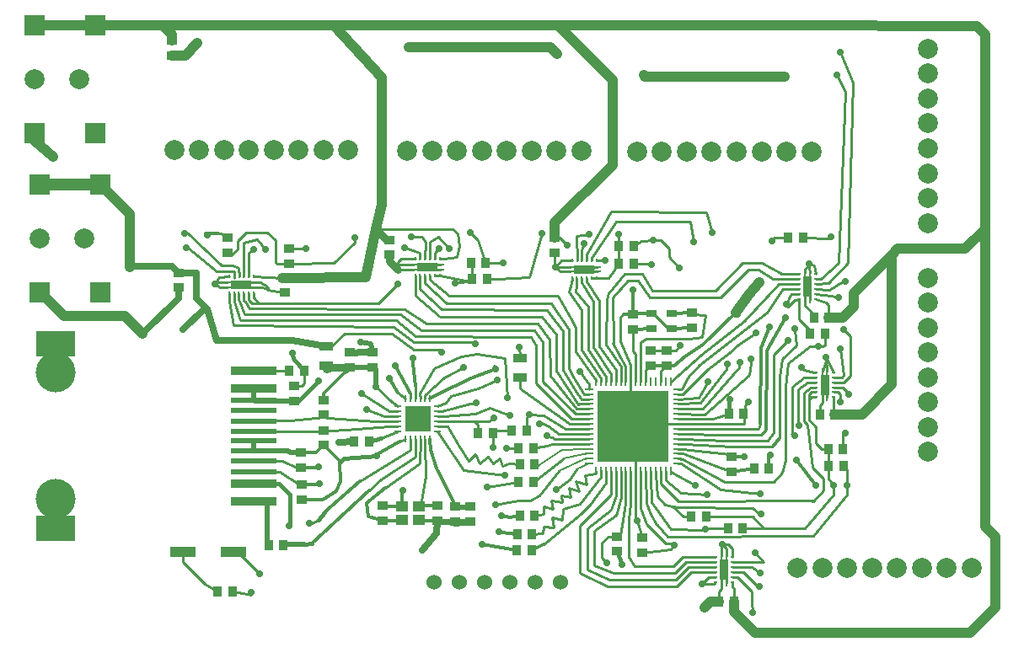
<source format=gtl>
G04 (created by PCBNEW (2013-08-24 BZR 4298)-stable) date Sat 23 Aug 2014 12:07:27 PM PDT*
%MOIN*%
G04 Gerber Fmt 3.4, Leading zero omitted, Abs format*
%FSLAX34Y34*%
G01*
G70*
G90*
G04 APERTURE LIST*
%ADD10C,0.005906*%
%ADD11R,0.009843X0.033465*%
%ADD12R,0.033465X0.009843*%
%ADD13R,0.281496X0.281496*%
%ADD14C,0.078700*%
%ADD15R,0.078700X0.078700*%
%ADD16R,0.035400X0.039400*%
%ADD17R,0.039400X0.035400*%
%ADD18R,0.098400X0.098400*%
%ADD19O,0.009800X0.031500*%
%ADD20O,0.031500X0.009800*%
%ADD21C,0.023622*%
%ADD22R,0.039370X0.031496*%
%ADD23R,0.055000X0.035000*%
%ADD24C,0.078740*%
%ADD25R,0.100000X0.039000*%
%ADD26C,0.060000*%
%ADD27R,0.009843X0.011811*%
%ADD28R,0.009800X0.011811*%
%ADD29R,0.009800X0.011826*%
%ADD30C,0.011811*%
%ADD31R,0.078740X0.035433*%
%ADD32R,0.027600X0.009800*%
%ADD33R,0.011811X0.009843*%
%ADD34R,0.011811X0.009800*%
%ADD35R,0.011826X0.009800*%
%ADD36R,0.035433X0.078740*%
%ADD37R,0.009800X0.027600*%
%ADD38R,0.181102X0.031890*%
%ADD39R,0.181102X0.024016*%
%ADD40C,0.157480*%
%ADD41R,0.153543X0.098425*%
%ADD42R,0.047244X0.043307*%
%ADD43C,0.027559*%
%ADD44C,0.009843*%
%ADD45C,0.015748*%
%ADD46C,0.039370*%
%ADD47C,0.013780*%
%ADD48C,0.011811*%
%ADD49C,0.027559*%
%ADD50C,0.047244*%
%ADD51C,0.031496*%
%ADD52C,0.019685*%
%ADD53C,0.007874*%
%ADD54C,0.023622*%
G04 APERTURE END LIST*
G54D10*
G54D11*
X59807Y-37259D03*
X60003Y-37259D03*
X58625Y-37259D03*
X58822Y-37259D03*
X59216Y-37259D03*
X59019Y-37259D03*
X59610Y-37259D03*
X59413Y-37259D03*
X57838Y-37259D03*
X58035Y-37259D03*
X58429Y-37259D03*
X58232Y-37259D03*
X57444Y-37259D03*
X57641Y-37259D03*
X57248Y-37259D03*
X57051Y-37259D03*
G54D12*
X56775Y-36984D03*
X56775Y-36787D03*
X56775Y-36393D03*
X56775Y-36590D03*
X56775Y-35803D03*
X56775Y-35606D03*
X56775Y-36000D03*
X56775Y-36196D03*
X56775Y-34622D03*
X56775Y-34425D03*
X56775Y-35015D03*
X56775Y-34818D03*
X56775Y-35212D03*
X56775Y-35409D03*
X56775Y-34031D03*
X56775Y-34228D03*
G54D11*
X57051Y-33755D03*
X57248Y-33755D03*
X57641Y-33755D03*
X57444Y-33755D03*
X58232Y-33755D03*
X58429Y-33755D03*
X58035Y-33755D03*
X57838Y-33755D03*
X59413Y-33755D03*
X59610Y-33755D03*
X59019Y-33755D03*
X59216Y-33755D03*
X58822Y-33755D03*
X58625Y-33755D03*
X60003Y-33755D03*
X59807Y-33755D03*
G54D12*
X60279Y-34228D03*
X60279Y-34031D03*
X60279Y-35409D03*
X60279Y-35212D03*
X60279Y-34818D03*
X60279Y-35007D03*
X60279Y-34425D03*
X60279Y-34622D03*
X60279Y-36196D03*
X60279Y-36000D03*
X60279Y-35606D03*
X60279Y-35803D03*
X60279Y-36590D03*
X60279Y-36393D03*
X60279Y-36787D03*
X60279Y-36984D03*
G54D13*
X58527Y-35507D03*
G54D14*
X36811Y-28070D03*
G54D15*
X35039Y-25940D03*
X37441Y-25940D03*
X35039Y-30202D03*
X37441Y-30202D03*
G54D14*
X35039Y-28070D03*
G54D16*
X52973Y-35787D03*
X52381Y-35787D03*
G54D17*
X47322Y-32578D03*
X47322Y-33170D03*
X51496Y-39272D03*
X51496Y-38680D03*
G54D18*
X50003Y-35208D03*
G54D19*
X49511Y-35995D03*
X49708Y-35995D03*
X49905Y-35995D03*
X50101Y-35995D03*
X50298Y-35995D03*
X50495Y-35995D03*
G54D20*
X50790Y-35700D03*
X50790Y-35503D03*
X50790Y-35306D03*
X50790Y-35110D03*
X50790Y-34913D03*
X50790Y-34716D03*
G54D19*
X50495Y-34421D03*
X50298Y-34421D03*
X50101Y-34421D03*
X49905Y-34421D03*
X49708Y-34421D03*
X49511Y-34421D03*
G54D20*
X49216Y-34716D03*
X49216Y-34913D03*
X49216Y-35110D03*
X49216Y-35306D03*
X49216Y-35503D03*
X49216Y-35700D03*
G54D21*
X50003Y-35208D03*
X49703Y-34908D03*
X49703Y-35508D03*
X50303Y-34908D03*
X50303Y-35508D03*
G54D16*
X47491Y-36114D03*
X48083Y-36114D03*
G54D17*
X52086Y-39272D03*
X52086Y-38680D03*
X50787Y-39233D03*
X50787Y-38641D03*
X48622Y-39233D03*
X48622Y-38641D03*
X48228Y-32578D03*
X48228Y-33170D03*
X62401Y-36711D03*
X62401Y-37303D03*
G54D16*
X53719Y-35669D03*
X54311Y-35669D03*
X62894Y-35000D03*
X62302Y-35000D03*
G54D17*
X59842Y-32499D03*
X59842Y-33091D03*
X58533Y-31081D03*
X58533Y-31673D03*
X60866Y-31614D03*
X60866Y-31022D03*
X59212Y-32499D03*
X59212Y-33091D03*
G54D16*
X54626Y-39035D03*
X54034Y-39035D03*
X54528Y-39763D03*
X53936Y-39763D03*
X54508Y-40393D03*
X53916Y-40393D03*
X54587Y-36377D03*
X53995Y-36377D03*
X54626Y-37007D03*
X54034Y-37007D03*
X54587Y-37716D03*
X53995Y-37716D03*
G54D17*
X46283Y-35051D03*
X46283Y-34459D03*
X46291Y-35664D03*
X46291Y-36256D03*
X45385Y-37134D03*
X45385Y-36542D03*
X45405Y-37822D03*
X45405Y-38414D03*
G54D16*
X44693Y-40208D03*
X44101Y-40208D03*
G54D17*
X57874Y-39861D03*
X57874Y-40453D03*
G54D16*
X45516Y-33295D03*
X44924Y-33295D03*
G54D17*
X45106Y-34512D03*
X45106Y-33920D03*
X58877Y-39920D03*
X58877Y-40512D03*
X40551Y-30020D03*
X40551Y-29428D03*
G54D22*
X59251Y-31633D03*
X60039Y-31633D03*
X59251Y-31043D03*
X60039Y-31043D03*
G54D16*
X42677Y-42047D03*
X42085Y-42047D03*
G54D23*
X54055Y-33563D03*
X54055Y-32813D03*
G54D16*
X63306Y-37185D03*
X63898Y-37185D03*
G54D24*
X44311Y-24566D03*
X45295Y-24566D03*
X41358Y-24566D03*
X40374Y-24566D03*
X42342Y-24566D03*
X43326Y-24566D03*
X47263Y-24566D03*
X46279Y-24566D03*
X67972Y-41102D03*
X66988Y-41102D03*
X70925Y-41102D03*
X71909Y-41102D03*
X69940Y-41102D03*
X68956Y-41102D03*
X65019Y-41102D03*
X66003Y-41102D03*
X70196Y-33562D03*
X70196Y-34547D03*
X70196Y-30610D03*
X70196Y-29625D03*
X70196Y-31594D03*
X70196Y-32578D03*
X70196Y-36515D03*
X70196Y-35531D03*
X70196Y-24507D03*
X70196Y-25492D03*
X70196Y-21555D03*
X70196Y-20570D03*
X70196Y-22539D03*
X70196Y-23523D03*
X70196Y-27460D03*
X70196Y-26476D03*
X53523Y-24606D03*
X54507Y-24606D03*
X50570Y-24606D03*
X49586Y-24606D03*
X51555Y-24606D03*
X52539Y-24606D03*
X56476Y-24606D03*
X55492Y-24606D03*
X62618Y-24645D03*
X63602Y-24645D03*
X59665Y-24645D03*
X58681Y-24645D03*
X60649Y-24645D03*
X61633Y-24645D03*
X65570Y-24645D03*
X64586Y-24645D03*
G54D16*
X52697Y-29055D03*
X52105Y-29055D03*
X60833Y-39090D03*
X61425Y-39090D03*
X62274Y-39531D03*
X62866Y-39531D03*
X66851Y-37086D03*
X66259Y-37086D03*
X66831Y-36397D03*
X66239Y-36397D03*
X66103Y-31850D03*
X65511Y-31850D03*
X65256Y-28051D03*
X64664Y-28051D03*
X58544Y-29074D03*
X57952Y-29074D03*
X58544Y-28385D03*
X57952Y-28385D03*
X52736Y-29685D03*
X52144Y-29685D03*
X61924Y-42440D03*
X62516Y-42440D03*
X65904Y-35029D03*
X66496Y-35029D03*
X65668Y-31200D03*
X66260Y-31200D03*
G54D17*
X55433Y-28642D03*
X55433Y-28050D03*
X44921Y-28483D03*
X44921Y-29075D03*
X42480Y-28050D03*
X42480Y-28642D03*
X48897Y-28721D03*
X48897Y-28129D03*
X44744Y-30217D03*
X44744Y-29625D03*
X40275Y-20847D03*
X40275Y-20255D03*
G54D14*
X36614Y-21771D03*
G54D15*
X34842Y-19641D03*
X37244Y-19641D03*
X34842Y-23903D03*
X37244Y-23903D03*
G54D14*
X34842Y-21771D03*
G54D25*
X40732Y-40472D03*
X42732Y-40472D03*
G54D23*
X46377Y-32341D03*
X46377Y-33091D03*
G54D26*
X54641Y-41657D03*
X55641Y-41659D03*
X50649Y-41657D03*
X51649Y-41659D03*
X53645Y-41659D03*
X52645Y-41657D03*
G54D27*
X42539Y-30255D03*
G54D28*
X43326Y-30255D03*
X42736Y-30255D03*
X43130Y-30255D03*
X42932Y-30255D03*
X43523Y-30255D03*
X43525Y-29586D03*
X42935Y-29586D03*
X43131Y-29586D03*
X42738Y-29586D03*
X43328Y-29586D03*
G54D29*
X42541Y-29586D03*
G54D30*
X43031Y-29921D03*
X42755Y-29921D03*
X43307Y-29921D03*
G54D31*
X43031Y-29921D03*
G54D32*
X43562Y-30019D03*
X43562Y-29823D03*
X42500Y-30019D03*
X42500Y-29823D03*
G54D27*
X56102Y-29625D03*
G54D28*
X56889Y-29625D03*
X56299Y-29625D03*
X56693Y-29625D03*
X56495Y-29625D03*
X57086Y-29625D03*
X57088Y-28956D03*
X56498Y-28956D03*
X56694Y-28956D03*
X56301Y-28956D03*
X56891Y-28956D03*
G54D29*
X56104Y-28956D03*
G54D30*
X56594Y-29291D03*
X56318Y-29291D03*
X56870Y-29291D03*
G54D31*
X56594Y-29291D03*
G54D32*
X57125Y-29389D03*
X57125Y-29193D03*
X56063Y-29389D03*
X56063Y-29193D03*
G54D33*
X65767Y-33366D03*
G54D34*
X65767Y-34153D03*
X65767Y-33563D03*
X65767Y-33957D03*
X65767Y-33759D03*
X65767Y-34350D03*
X66437Y-34352D03*
X66437Y-33762D03*
X66437Y-33958D03*
X66437Y-33565D03*
X66437Y-34155D03*
G54D35*
X66437Y-33368D03*
G54D30*
X66102Y-33858D03*
X66102Y-33582D03*
X66102Y-34133D03*
G54D36*
X66102Y-33858D03*
G54D37*
X66004Y-34389D03*
X66200Y-34389D03*
X66004Y-33327D03*
X66200Y-33327D03*
G54D33*
X65078Y-29488D03*
G54D34*
X65078Y-30275D03*
X65078Y-29685D03*
X65078Y-30079D03*
X65078Y-29881D03*
X65078Y-30472D03*
X65748Y-30474D03*
X65748Y-29884D03*
X65748Y-30080D03*
X65748Y-29687D03*
X65748Y-30277D03*
G54D35*
X65748Y-29490D03*
G54D30*
X65413Y-29980D03*
X65413Y-29704D03*
X65413Y-30255D03*
G54D36*
X65413Y-29980D03*
G54D37*
X65315Y-30511D03*
X65511Y-30511D03*
X65315Y-29449D03*
X65511Y-29449D03*
G54D33*
X61795Y-40677D03*
G54D34*
X61795Y-41464D03*
X61795Y-40874D03*
X61795Y-41268D03*
X61795Y-41070D03*
X61795Y-41661D03*
X62464Y-41663D03*
X62464Y-41073D03*
X62464Y-41269D03*
X62464Y-40876D03*
X62464Y-41466D03*
G54D35*
X62464Y-40679D03*
G54D30*
X62129Y-41169D03*
X62129Y-40893D03*
X62129Y-41444D03*
G54D36*
X62129Y-41169D03*
G54D37*
X62031Y-41700D03*
X62227Y-41700D03*
X62031Y-40638D03*
X62227Y-40638D03*
G54D27*
X49901Y-29547D03*
G54D28*
X50688Y-29547D03*
X50098Y-29547D03*
X50492Y-29547D03*
X50294Y-29547D03*
X50885Y-29547D03*
X50887Y-28877D03*
X50297Y-28877D03*
X50493Y-28877D03*
X50100Y-28877D03*
X50690Y-28877D03*
G54D29*
X49903Y-28877D03*
G54D30*
X50393Y-29212D03*
X50118Y-29212D03*
X50669Y-29212D03*
G54D31*
X50393Y-29212D03*
G54D32*
X50924Y-29310D03*
X50924Y-29114D03*
X49862Y-29310D03*
X49862Y-29114D03*
G54D38*
X43523Y-33291D03*
X43523Y-34015D03*
G54D39*
X43523Y-34488D03*
X43523Y-34889D03*
X43523Y-35692D03*
X43523Y-37291D03*
X43523Y-36488D03*
G54D38*
X43523Y-38488D03*
X43523Y-37763D03*
G54D39*
X43523Y-36090D03*
X43523Y-36889D03*
G54D40*
X35681Y-38389D03*
X35681Y-33389D03*
G54D39*
X43523Y-35291D03*
G54D41*
X35681Y-32228D03*
X35681Y-39551D03*
G54D42*
X50059Y-38661D03*
X49389Y-38661D03*
X50059Y-39212D03*
X49389Y-39212D03*
G54D43*
X47519Y-28031D03*
X49212Y-29881D03*
X58070Y-40984D03*
X50944Y-32559D03*
X61244Y-41728D03*
X60165Y-40220D03*
X65763Y-37854D03*
X66444Y-37850D03*
X64015Y-28169D03*
X64586Y-30688D03*
X63503Y-29744D03*
X64507Y-21673D03*
X58937Y-21614D03*
X57952Y-27893D03*
X49645Y-20511D03*
X55511Y-20787D03*
X51496Y-29842D03*
X63937Y-36653D03*
X54409Y-35039D03*
X65000Y-36840D03*
X40728Y-31673D03*
X53011Y-35177D03*
X62362Y-34448D03*
X62637Y-31062D03*
X48334Y-33925D03*
X48385Y-36673D03*
X53070Y-33228D03*
X61476Y-33740D03*
X56427Y-33326D03*
X53149Y-33661D03*
X53070Y-38622D03*
X51811Y-33188D03*
X53661Y-35078D03*
X55472Y-37992D03*
X49409Y-38031D03*
X43425Y-42086D03*
X52992Y-36338D03*
X61338Y-42677D03*
X62062Y-40181D03*
X66160Y-32776D03*
X65472Y-29074D03*
X55452Y-29192D03*
X41299Y-20354D03*
X49212Y-29291D03*
X58503Y-30118D03*
X41968Y-29881D03*
X35590Y-24842D03*
X54015Y-32362D03*
X62933Y-36692D03*
X60393Y-32322D03*
X63070Y-34527D03*
X58681Y-39232D03*
X50196Y-40413D03*
X47755Y-32165D03*
X46889Y-36141D03*
X39133Y-31850D03*
X46082Y-33700D03*
X44901Y-39448D03*
X40787Y-27874D03*
X40866Y-28425D03*
X43503Y-28503D03*
X43976Y-28503D03*
X63267Y-42874D03*
X63503Y-41850D03*
X63543Y-41299D03*
X63346Y-40511D03*
X49763Y-28011D03*
X49488Y-28425D03*
X50866Y-28464D03*
X51259Y-28464D03*
X56574Y-28287D03*
X56791Y-27913D03*
X60905Y-28208D03*
X61653Y-27854D03*
X66732Y-20708D03*
X66574Y-21594D03*
X66653Y-30393D03*
X66929Y-29763D03*
X66838Y-31681D03*
X66724Y-32433D03*
X66724Y-34539D03*
X67066Y-34236D03*
X52755Y-37913D03*
X52322Y-34566D03*
X52559Y-40157D03*
X48897Y-33602D03*
X53228Y-39685D03*
X49133Y-33110D03*
X53307Y-39055D03*
X49803Y-32795D03*
X45728Y-39350D03*
X45039Y-32598D03*
X53464Y-37440D03*
X53503Y-36377D03*
X61456Y-38208D03*
X65070Y-35484D03*
X60984Y-37834D03*
X64905Y-35885D03*
X64566Y-31220D03*
X60354Y-29232D03*
X59330Y-28149D03*
X63917Y-31558D03*
X54921Y-27874D03*
X63188Y-32854D03*
X53385Y-29055D03*
X52086Y-27834D03*
X62755Y-32972D03*
X45590Y-28464D03*
X62244Y-33031D03*
X41692Y-27952D03*
X63582Y-38976D03*
X61381Y-39570D03*
X66978Y-37824D03*
X63543Y-38183D03*
X66909Y-35757D03*
X65846Y-32342D03*
X64901Y-31653D03*
X66338Y-28011D03*
X64645Y-32106D03*
X59251Y-29094D03*
X52283Y-32244D03*
X55118Y-35866D03*
X63385Y-31811D03*
X65177Y-33169D03*
X47783Y-34196D03*
X46074Y-37110D03*
X47984Y-34826D03*
X46114Y-37771D03*
X55905Y-28326D03*
X57401Y-28937D03*
X53543Y-34370D03*
X54803Y-35393D03*
X43740Y-41338D03*
X57480Y-40905D03*
G54D44*
X58822Y-38484D02*
X58822Y-38753D01*
X58822Y-37259D02*
X58822Y-38484D01*
X58822Y-38753D02*
X59039Y-39385D01*
X60098Y-40153D02*
X60165Y-40220D01*
X60098Y-40153D02*
X59803Y-40153D01*
X59803Y-40153D02*
X59039Y-39389D01*
X43523Y-30452D02*
X43543Y-30452D01*
X43523Y-30255D02*
X43523Y-30452D01*
X43543Y-30452D02*
X43720Y-30629D01*
X47519Y-28031D02*
X47519Y-28228D01*
X46692Y-29055D02*
X44921Y-29075D01*
X47519Y-28228D02*
X46692Y-29055D01*
X48464Y-30629D02*
X49212Y-29881D01*
X43464Y-30629D02*
X43720Y-30629D01*
X43720Y-30629D02*
X48464Y-30629D01*
X43326Y-30491D02*
X43464Y-30629D01*
X43326Y-30491D02*
X43326Y-30255D01*
X65078Y-30275D02*
X64783Y-30275D01*
X64763Y-30295D02*
X64586Y-30688D01*
X64783Y-30275D02*
X64763Y-30295D01*
X64901Y-30492D02*
X65058Y-30492D01*
X64586Y-30688D02*
X64665Y-30767D01*
X64901Y-30492D02*
X64665Y-30767D01*
X65058Y-30492D02*
X65078Y-30472D01*
X65511Y-31850D02*
X65511Y-31711D01*
X65511Y-31711D02*
X65078Y-31279D01*
X65078Y-31279D02*
X65078Y-30472D01*
G54D45*
X57874Y-40433D02*
X58070Y-40984D01*
G54D44*
X50748Y-32480D02*
X50866Y-32480D01*
X46595Y-32341D02*
X47125Y-31850D01*
X47125Y-31850D02*
X48976Y-31850D01*
X48976Y-31850D02*
X49842Y-32480D01*
X49842Y-32480D02*
X50748Y-32480D01*
X46595Y-32341D02*
X46377Y-32341D01*
X50866Y-32480D02*
X50944Y-32559D01*
X52381Y-35787D02*
X52381Y-35452D01*
X52381Y-35452D02*
X52235Y-35306D01*
X54311Y-35669D02*
X54311Y-35137D01*
X54311Y-35137D02*
X54409Y-35039D01*
X61795Y-41661D02*
X61783Y-41661D01*
X61716Y-41728D02*
X61244Y-41728D01*
X61783Y-41661D02*
X61716Y-41728D01*
X61795Y-41464D02*
X61508Y-41464D01*
X61508Y-41464D02*
X61244Y-41728D01*
X58877Y-40512D02*
X60011Y-40374D01*
X60011Y-40374D02*
X60165Y-40220D01*
X61425Y-39090D02*
X63251Y-39090D01*
X63251Y-39090D02*
X63692Y-39531D01*
X66444Y-37850D02*
X66444Y-38216D01*
X65324Y-39531D02*
X63692Y-39531D01*
X63692Y-39531D02*
X62866Y-39531D01*
X66444Y-38216D02*
X65324Y-39531D01*
X65767Y-34350D02*
X65598Y-34350D01*
X65598Y-34350D02*
X65480Y-34468D01*
X65767Y-34153D02*
X65579Y-34153D01*
X65980Y-36397D02*
X66239Y-36397D01*
X65751Y-36169D02*
X65980Y-36397D01*
X65751Y-35527D02*
X65751Y-36169D01*
X65480Y-35255D02*
X65751Y-35527D01*
X65480Y-34251D02*
X65480Y-34468D01*
X65480Y-34468D02*
X65480Y-35255D01*
X65579Y-34153D02*
X65480Y-34251D01*
X66259Y-37086D02*
X66259Y-37578D01*
X66444Y-37850D02*
X66259Y-37578D01*
X66239Y-36397D02*
X66239Y-37066D01*
X66239Y-37066D02*
X66259Y-37086D01*
X66259Y-37086D02*
X66259Y-37166D01*
X64664Y-28051D02*
X64133Y-28051D01*
X64133Y-28051D02*
X64015Y-28169D01*
G54D45*
X63515Y-29800D02*
X63503Y-29744D01*
G54D46*
X58937Y-21614D02*
X58996Y-21673D01*
X58996Y-21673D02*
X64507Y-21673D01*
G54D44*
X57952Y-27894D02*
X57952Y-27893D01*
X57952Y-27894D02*
X57952Y-28385D01*
G54D46*
X55236Y-20511D02*
X49645Y-20511D01*
X55511Y-20787D02*
X55236Y-20511D01*
G54D44*
X60728Y-35216D02*
X60283Y-35216D01*
X60283Y-35216D02*
X60279Y-35212D01*
X57952Y-29074D02*
X57952Y-28385D01*
X57086Y-29625D02*
X57558Y-29625D01*
X57558Y-29625D02*
X57952Y-29074D01*
X56889Y-29625D02*
X57086Y-29625D01*
X52144Y-29685D02*
X52144Y-29744D01*
X52144Y-29744D02*
X51496Y-29842D01*
X52144Y-29685D02*
X52144Y-29094D01*
X52144Y-29094D02*
X52105Y-29055D01*
X50885Y-29547D02*
X52046Y-29783D01*
X52046Y-29783D02*
X52144Y-29685D01*
X50688Y-29547D02*
X50885Y-29547D01*
X42480Y-28642D02*
X42656Y-28721D01*
X42656Y-28721D02*
X42874Y-28503D01*
X42874Y-28503D02*
X42874Y-28188D01*
X42874Y-28188D02*
X43228Y-27834D01*
X43228Y-27834D02*
X44055Y-27834D01*
X44055Y-27834D02*
X44370Y-28149D01*
X44370Y-28149D02*
X44370Y-29015D01*
X44370Y-29015D02*
X44429Y-29075D01*
X44429Y-29075D02*
X44921Y-29075D01*
G54D47*
X63898Y-37185D02*
X63898Y-36692D01*
X63898Y-36692D02*
X63937Y-36653D01*
G54D44*
X55866Y-35610D02*
X55000Y-35078D01*
X55000Y-35078D02*
X54409Y-35039D01*
X56775Y-35606D02*
X56535Y-35607D01*
X56535Y-35607D02*
X55866Y-35610D01*
G54D47*
X59842Y-33091D02*
X59212Y-33091D01*
X59842Y-33091D02*
X60137Y-33091D01*
G54D46*
X62598Y-31023D02*
X63129Y-30275D01*
G54D47*
X61299Y-32283D02*
X62598Y-31023D01*
X60580Y-32726D02*
X61299Y-32283D01*
X60137Y-33091D02*
X60580Y-32726D01*
G54D44*
X59610Y-33755D02*
X59610Y-33323D01*
X59610Y-33323D02*
X59842Y-33091D01*
X59019Y-33755D02*
X59019Y-33284D01*
X59019Y-33284D02*
X59212Y-33091D01*
G54D48*
X65000Y-36840D02*
X65763Y-37854D01*
X65763Y-37854D02*
X65768Y-37859D01*
G54D49*
X41692Y-30866D02*
X41535Y-30866D01*
X41535Y-30866D02*
X40728Y-31673D01*
X46220Y-32302D02*
X46180Y-32302D01*
X41259Y-30433D02*
X41259Y-29428D01*
X42066Y-32122D02*
X41692Y-30866D01*
X41692Y-30866D02*
X41259Y-30433D01*
X45039Y-32103D02*
X42066Y-32122D01*
X46180Y-32302D02*
X45039Y-32103D01*
X40551Y-29428D02*
X41259Y-29428D01*
X38622Y-29173D02*
X40296Y-29173D01*
X40296Y-29173D02*
X40551Y-29428D01*
G54D44*
X50790Y-35306D02*
X52235Y-35306D01*
X52235Y-35306D02*
X52823Y-35306D01*
X52823Y-35306D02*
X53011Y-35177D01*
X57893Y-40413D02*
X57874Y-40453D01*
G54D45*
X63517Y-29742D02*
X63515Y-29800D01*
G54D46*
X63515Y-29800D02*
X63129Y-30275D01*
G54D45*
X63129Y-30275D02*
X62637Y-31062D01*
G54D44*
X60712Y-35216D02*
X60728Y-35216D01*
X60728Y-35216D02*
X61673Y-35216D01*
X61673Y-35216D02*
X62302Y-35000D01*
G54D45*
X62302Y-35000D02*
X62320Y-34608D01*
X62320Y-34608D02*
X62303Y-34547D01*
X62303Y-34547D02*
X62362Y-34448D01*
X62362Y-34448D02*
X62363Y-34448D01*
G54D46*
X38622Y-27121D02*
X37441Y-25940D01*
X38622Y-29212D02*
X38622Y-29173D01*
X38622Y-29173D02*
X38622Y-27121D01*
G54D50*
X37441Y-25940D02*
X35039Y-25940D01*
G54D51*
X37621Y-26121D02*
X37441Y-25940D01*
X46377Y-33091D02*
X46377Y-33228D01*
X46377Y-33228D02*
X46595Y-33170D01*
X46595Y-33170D02*
X47322Y-33170D01*
G54D45*
X48385Y-36673D02*
X47093Y-36771D01*
X47093Y-36771D02*
X46916Y-36948D01*
G54D52*
X48334Y-33925D02*
X48334Y-33236D01*
X48334Y-33236D02*
X48228Y-33170D01*
G54D44*
X46916Y-36948D02*
X46916Y-36881D01*
G54D48*
X46916Y-36881D02*
X46291Y-36256D01*
X46255Y-38417D02*
X46771Y-38070D01*
X46943Y-37689D02*
X46916Y-36948D01*
X46771Y-38070D02*
X46943Y-37689D01*
X45405Y-38414D02*
X46255Y-38417D01*
G54D52*
X43523Y-36090D02*
X43523Y-36488D01*
G54D48*
X47460Y-33189D02*
X47086Y-33405D01*
X46283Y-34208D02*
X46283Y-34459D01*
X47086Y-33405D02*
X46283Y-34208D01*
G54D52*
X45385Y-36542D02*
X44936Y-36550D01*
X44874Y-36488D02*
X43523Y-36488D01*
X44936Y-36550D02*
X44874Y-36488D01*
G54D48*
X45385Y-36542D02*
X45997Y-36550D01*
X45997Y-36550D02*
X46291Y-36256D01*
G54D49*
X47334Y-33181D02*
X47460Y-33189D01*
G54D52*
X47460Y-33189D02*
X47488Y-33162D01*
X47488Y-33162D02*
X48228Y-33170D01*
G54D44*
X49216Y-34716D02*
X49085Y-34620D01*
X49085Y-34620D02*
X48985Y-34547D01*
G54D45*
X48361Y-36658D02*
X48361Y-36655D01*
G54D48*
X49299Y-36121D02*
X48361Y-36655D01*
G54D44*
X49511Y-35995D02*
X49299Y-36121D01*
G54D45*
X48385Y-36673D02*
X48361Y-36658D01*
G54D44*
X48985Y-34547D02*
X48334Y-33925D01*
G54D53*
X56775Y-36590D02*
X56555Y-36594D01*
G54D44*
X55787Y-36771D02*
X54587Y-37716D01*
G54D53*
X56555Y-36594D02*
X55787Y-36771D01*
G54D44*
X61102Y-34389D02*
X61102Y-34389D01*
G54D48*
X53047Y-33150D02*
X53047Y-33150D01*
X53070Y-33228D02*
X53047Y-33150D01*
X50495Y-34421D02*
X50704Y-34260D01*
X50704Y-34260D02*
X52185Y-33582D01*
X52185Y-33582D02*
X53094Y-33232D01*
G54D44*
X61102Y-34389D02*
X60279Y-34425D01*
X61102Y-34389D02*
X61476Y-33740D01*
X56775Y-34031D02*
X56775Y-33838D01*
X51110Y-34560D02*
X51333Y-34321D01*
X51333Y-34321D02*
X52391Y-34005D01*
X52391Y-34005D02*
X53149Y-33661D01*
X51110Y-34560D02*
X50790Y-34716D01*
X56775Y-33838D02*
X56427Y-33326D01*
G54D53*
X56775Y-36787D02*
X56574Y-36791D01*
X56574Y-36791D02*
X55590Y-37283D01*
G54D44*
X55590Y-37283D02*
X54803Y-38228D01*
X54803Y-38228D02*
X54448Y-38425D01*
X54448Y-38425D02*
X54015Y-38425D01*
X54015Y-38425D02*
X53582Y-38503D01*
X53582Y-38503D02*
X53070Y-38622D01*
X51811Y-33188D02*
X51043Y-33582D01*
X50295Y-34271D02*
X50298Y-34421D01*
X50295Y-34271D02*
X51043Y-33582D01*
G54D53*
X56555Y-36397D02*
X56775Y-36393D01*
X56555Y-36397D02*
X55708Y-36456D01*
X55708Y-36456D02*
X54763Y-37070D01*
G54D44*
X54626Y-37007D02*
X54763Y-37070D01*
X56775Y-36196D02*
X55314Y-36200D01*
X55307Y-36208D02*
X55118Y-36259D01*
X54708Y-36330D02*
X54587Y-36377D01*
X55118Y-36259D02*
X54708Y-36330D01*
X55314Y-36200D02*
X55307Y-36208D01*
G54D53*
X56775Y-36984D02*
X56271Y-37204D01*
G54D44*
X56271Y-37204D02*
X56023Y-37598D01*
X55472Y-37992D02*
X56030Y-37603D01*
X56023Y-37598D02*
X56030Y-37603D01*
X50790Y-35110D02*
X51023Y-35118D01*
X51023Y-35118D02*
X52283Y-35019D01*
X52283Y-35019D02*
X52834Y-34763D01*
X52834Y-34763D02*
X53661Y-35078D01*
X53661Y-35078D02*
X53669Y-35072D01*
X54940Y-39724D02*
X54980Y-39488D01*
X57251Y-37251D02*
X57248Y-37255D01*
X57248Y-37511D02*
X56417Y-38582D01*
X54940Y-39724D02*
X54528Y-39763D01*
X55748Y-38759D02*
X55708Y-39212D01*
X56417Y-38582D02*
X55748Y-38759D01*
X57248Y-37511D02*
X57248Y-37255D01*
X55314Y-39114D02*
X55708Y-39212D01*
X55374Y-39507D02*
X55314Y-39114D01*
X54980Y-39488D02*
X55374Y-39507D01*
X57444Y-37736D02*
X57444Y-37263D01*
X57444Y-37720D02*
X57444Y-37736D01*
X57444Y-37736D02*
X56830Y-38598D01*
X56830Y-38598D02*
X56456Y-38976D01*
X56456Y-38976D02*
X55000Y-40177D01*
G54D48*
X55000Y-40177D02*
X54508Y-40393D01*
G54D44*
X57051Y-37259D02*
X57047Y-37381D01*
X57047Y-37381D02*
X56633Y-37440D01*
X56633Y-37440D02*
X56692Y-37795D01*
X56692Y-37795D02*
X56259Y-37677D01*
X56259Y-37677D02*
X56377Y-38070D01*
X56377Y-38070D02*
X55984Y-37952D01*
X55984Y-37952D02*
X56062Y-38307D01*
X56062Y-38307D02*
X55669Y-38228D01*
X55669Y-38228D02*
X55708Y-38503D01*
X55708Y-38503D02*
X55275Y-38425D01*
X55275Y-38425D02*
X55354Y-38779D01*
X55354Y-38779D02*
X55000Y-38661D01*
X55000Y-38661D02*
X55000Y-38976D01*
X55000Y-38976D02*
X54626Y-39035D01*
X58631Y-39045D02*
X58631Y-39183D01*
X58631Y-39183D02*
X58681Y-39232D01*
X58622Y-37401D02*
X58631Y-39045D01*
G54D47*
X50787Y-39233D02*
X50079Y-39233D01*
X50079Y-39233D02*
X50059Y-39212D01*
X49389Y-38661D02*
X49389Y-38051D01*
G54D44*
X49389Y-38051D02*
X49409Y-38031D01*
G54D47*
X49389Y-38661D02*
X48642Y-38661D01*
G54D44*
X48642Y-38661D02*
X48622Y-38641D01*
X42677Y-42047D02*
X43090Y-42106D01*
X43425Y-42165D02*
X43425Y-42086D01*
X43090Y-42106D02*
X43425Y-42165D01*
X52973Y-35787D02*
X52973Y-36319D01*
X52973Y-36319D02*
X52992Y-36338D01*
X53719Y-35669D02*
X53091Y-35669D01*
X53091Y-35669D02*
X52973Y-35787D01*
G54D54*
X51496Y-39272D02*
X50826Y-39272D01*
X50826Y-39272D02*
X50787Y-39233D01*
G54D46*
X61924Y-42440D02*
X61574Y-42440D01*
X61574Y-42440D02*
X61338Y-42677D01*
G54D44*
X62031Y-41700D02*
X62031Y-41932D01*
X61924Y-42040D02*
X61924Y-42440D01*
X62031Y-41932D02*
X61924Y-42040D01*
X62227Y-41700D02*
X62227Y-41542D01*
X62227Y-41542D02*
X62129Y-41444D01*
X62031Y-41700D02*
X62031Y-41542D01*
X62031Y-41542D02*
X62129Y-41444D01*
X62464Y-40679D02*
X62464Y-40350D01*
X62295Y-40181D02*
X62062Y-40181D01*
X62464Y-40350D02*
X62295Y-40181D01*
X62227Y-40638D02*
X62227Y-40346D01*
X62031Y-40212D02*
X62062Y-40181D01*
X62031Y-40212D02*
X62031Y-40638D01*
X62227Y-40346D02*
X62062Y-40181D01*
X66004Y-34389D02*
X66004Y-34576D01*
X65904Y-34675D02*
X65904Y-35029D01*
X66004Y-34576D02*
X65904Y-34675D01*
X66200Y-34389D02*
X66200Y-34231D01*
X66200Y-34231D02*
X66102Y-34133D01*
X66004Y-34389D02*
X66004Y-34231D01*
X66004Y-34231D02*
X66102Y-34133D01*
X66437Y-33368D02*
X66259Y-32972D01*
X66259Y-32972D02*
X66160Y-32776D01*
X66004Y-33327D02*
X66141Y-32893D01*
X66150Y-32786D02*
X66160Y-32776D01*
X66150Y-32786D02*
X66200Y-33327D01*
X66043Y-32765D02*
X66160Y-32776D01*
X66141Y-32893D02*
X66043Y-32765D01*
X65315Y-30511D02*
X65314Y-30728D01*
X65551Y-30925D02*
X65668Y-31200D01*
X65314Y-30728D02*
X65551Y-30925D01*
X65511Y-29449D02*
X65492Y-29212D01*
X65511Y-29094D02*
X65472Y-29074D01*
X65492Y-29212D02*
X65511Y-29094D01*
X65748Y-29490D02*
X65728Y-29311D01*
X65315Y-29311D02*
X65472Y-29074D01*
X65315Y-29311D02*
X65315Y-29449D01*
X65669Y-29133D02*
X65472Y-29074D01*
X65728Y-29311D02*
X65669Y-29133D01*
X65511Y-30511D02*
X65511Y-30353D01*
X65511Y-30353D02*
X65413Y-30255D01*
X65315Y-30511D02*
X65315Y-30353D01*
X65315Y-30353D02*
X65413Y-30255D01*
X57125Y-29193D02*
X56968Y-29193D01*
X56968Y-29193D02*
X56870Y-29291D01*
X57125Y-29389D02*
X56968Y-29389D01*
X56968Y-29389D02*
X56870Y-29291D01*
X56104Y-28956D02*
X55688Y-28956D01*
X55688Y-28956D02*
X55452Y-29192D01*
X56063Y-29389D02*
X55649Y-29389D01*
X55649Y-29389D02*
X55452Y-29192D01*
X56063Y-29193D02*
X55453Y-29193D01*
X55433Y-29173D02*
X55452Y-29192D01*
X55433Y-29173D02*
X55433Y-28642D01*
X55453Y-29193D02*
X55452Y-29192D01*
G54D46*
X40275Y-20847D02*
X40806Y-20847D01*
X40806Y-20847D02*
X41299Y-20354D01*
G54D51*
X48897Y-28721D02*
X48897Y-28976D01*
X48897Y-28976D02*
X49212Y-29291D01*
G54D47*
X58503Y-30118D02*
X58533Y-30718D01*
X58533Y-30718D02*
X58533Y-31081D01*
G54D44*
X50924Y-29310D02*
X50767Y-29310D01*
X50767Y-29310D02*
X50669Y-29212D01*
X50924Y-29114D02*
X50767Y-29114D01*
X50767Y-29114D02*
X50669Y-29212D01*
X43562Y-30019D02*
X43129Y-30019D01*
X43129Y-30019D02*
X43031Y-29921D01*
X43562Y-29823D02*
X43129Y-29823D01*
X43129Y-29823D02*
X43031Y-29921D01*
X49903Y-28877D02*
X49350Y-28877D01*
X49212Y-29015D02*
X49212Y-29291D01*
X49350Y-28877D02*
X49212Y-29015D01*
X49862Y-29114D02*
X49271Y-29114D01*
X49231Y-29310D02*
X49212Y-29291D01*
X49231Y-29310D02*
X49862Y-29310D01*
X49212Y-29173D02*
X49212Y-29291D01*
X49271Y-29114D02*
X49212Y-29173D01*
X43562Y-29823D02*
X43779Y-29822D01*
X43779Y-29822D02*
X44035Y-29980D01*
X44094Y-30039D02*
X44055Y-30078D01*
X44094Y-30039D02*
X44094Y-30039D01*
X44035Y-29980D02*
X44094Y-30039D01*
X44645Y-30217D02*
X44075Y-30099D01*
X43858Y-30019D02*
X44055Y-30078D01*
X43858Y-30019D02*
X43562Y-30019D01*
X44075Y-30099D02*
X44055Y-30078D01*
X42541Y-29586D02*
X42165Y-29606D01*
X42165Y-29606D02*
X41968Y-29881D01*
G54D46*
X34842Y-23903D02*
X34842Y-24212D01*
X34842Y-24212D02*
X35590Y-24842D01*
G54D44*
X42500Y-29823D02*
X42027Y-29823D01*
X42185Y-30019D02*
X41968Y-29881D01*
X42185Y-30019D02*
X42500Y-30019D01*
X42027Y-29823D02*
X41968Y-29881D01*
X54055Y-32813D02*
X54055Y-32755D01*
X54055Y-32755D02*
X54015Y-32362D01*
G54D47*
X62401Y-36711D02*
X62932Y-36692D01*
X62932Y-36692D02*
X62933Y-36692D01*
X59251Y-31043D02*
X58572Y-31043D01*
X58572Y-31043D02*
X58533Y-31081D01*
G54D44*
X59842Y-32499D02*
X59212Y-32499D01*
X59842Y-32499D02*
X60217Y-32499D01*
X60217Y-32499D02*
X60393Y-32322D01*
X62894Y-35000D02*
X63031Y-34488D01*
X63031Y-34488D02*
X63070Y-34527D01*
X62913Y-35393D02*
X62913Y-35018D01*
X60625Y-35409D02*
X62913Y-35393D01*
X60279Y-35409D02*
X60625Y-35409D01*
X62913Y-35018D02*
X62894Y-35000D01*
G54D48*
X59251Y-31043D02*
X59311Y-31043D01*
X59901Y-31633D02*
X60039Y-31633D01*
X59311Y-31043D02*
X59901Y-31633D01*
G54D49*
X50787Y-39233D02*
X50748Y-39724D01*
X50748Y-39724D02*
X50196Y-40413D01*
G54D44*
X59931Y-31564D02*
X59950Y-31564D01*
G54D48*
X60020Y-31634D02*
X60866Y-31614D01*
G54D44*
X59950Y-31564D02*
X60020Y-31634D01*
X58429Y-33755D02*
X58425Y-33070D01*
X58425Y-33070D02*
X58031Y-32125D01*
X58031Y-32125D02*
X58031Y-31181D01*
X58031Y-31181D02*
X58150Y-31081D01*
G54D48*
X58150Y-31081D02*
X58533Y-31081D01*
G54D44*
X58681Y-39232D02*
X58877Y-39920D01*
X60279Y-36393D02*
X60393Y-36397D01*
X60393Y-36397D02*
X60472Y-36397D01*
X60472Y-36397D02*
X62303Y-36594D01*
X62283Y-36712D02*
X62401Y-36711D01*
X62251Y-36712D02*
X62283Y-36712D01*
X62324Y-36609D02*
X62251Y-36712D01*
X62307Y-36598D02*
X62324Y-36609D01*
X62303Y-36594D02*
X62307Y-36598D01*
X58622Y-37401D02*
X58622Y-37263D01*
X58622Y-37263D02*
X58625Y-37259D01*
X60279Y-35409D02*
X58625Y-35409D01*
X58625Y-35409D02*
X58527Y-35507D01*
X58625Y-37259D02*
X58625Y-35606D01*
X58625Y-35606D02*
X58527Y-35507D01*
X58429Y-33755D02*
X58429Y-35409D01*
X58429Y-35409D02*
X58527Y-35507D01*
G54D52*
X47460Y-32597D02*
X47330Y-32585D01*
X47330Y-32585D02*
X47322Y-32578D01*
X48228Y-32578D02*
X48151Y-32252D01*
X48151Y-32252D02*
X47755Y-32165D01*
G54D49*
X47491Y-36114D02*
X46889Y-36141D01*
G54D44*
X58622Y-37389D02*
X58622Y-37401D01*
G54D49*
X48228Y-32578D02*
X47824Y-32575D01*
X47824Y-32575D02*
X47460Y-32597D01*
X52086Y-39272D02*
X51496Y-39351D01*
X40551Y-30020D02*
X40551Y-30433D01*
G54D46*
X35084Y-30202D02*
X36023Y-31141D01*
X36023Y-31141D02*
X38425Y-31141D01*
X38425Y-31141D02*
X39133Y-31850D01*
X35084Y-30202D02*
X35039Y-30202D01*
G54D49*
X40551Y-30433D02*
X39133Y-31850D01*
G54D45*
X45106Y-34512D02*
X45270Y-34512D01*
X45270Y-34512D02*
X46082Y-33700D01*
X43523Y-37763D02*
X44515Y-37763D01*
X44960Y-39389D02*
X44901Y-39448D01*
X44960Y-38208D02*
X44960Y-39389D01*
X44515Y-37763D02*
X44960Y-38208D01*
G54D52*
X43523Y-34488D02*
X43523Y-34015D01*
X45106Y-34512D02*
X43547Y-34512D01*
X43547Y-34512D02*
X43523Y-34488D01*
G54D44*
X44924Y-33295D02*
X43527Y-33295D01*
X43527Y-33295D02*
X43523Y-33291D01*
X42935Y-29586D02*
X42913Y-29251D01*
X40905Y-27874D02*
X40787Y-27874D01*
X42244Y-29133D02*
X40905Y-27874D01*
X42677Y-29133D02*
X42244Y-29133D01*
X42913Y-29251D02*
X42677Y-29133D01*
X42738Y-29586D02*
X42738Y-29628D01*
X40905Y-28425D02*
X40866Y-28425D01*
X42047Y-29370D02*
X40905Y-28425D01*
X42736Y-29370D02*
X42047Y-29370D01*
X42738Y-29628D02*
X42736Y-29370D01*
X43328Y-29586D02*
X43328Y-28640D01*
X43328Y-28640D02*
X43503Y-28503D01*
X43131Y-29586D02*
X43131Y-28246D01*
X43131Y-28246D02*
X43661Y-28110D01*
X43661Y-28110D02*
X43976Y-28503D01*
X62647Y-41466D02*
X63228Y-42047D01*
X63228Y-42047D02*
X63228Y-42440D01*
X63228Y-42440D02*
X63267Y-42874D01*
X62647Y-41466D02*
X62464Y-41466D01*
X62464Y-41269D02*
X62879Y-41269D01*
X63452Y-41889D02*
X63503Y-41850D01*
X63452Y-41842D02*
X63452Y-41889D01*
X62879Y-41269D02*
X63452Y-41842D01*
X62464Y-41073D02*
X63211Y-41073D01*
X63211Y-41073D02*
X63543Y-41299D01*
X62464Y-40876D02*
X63683Y-40876D01*
X63683Y-40876D02*
X63346Y-40511D01*
X50297Y-28599D02*
X50297Y-28877D01*
X50314Y-28464D02*
X50297Y-28599D01*
X50314Y-28228D02*
X50314Y-28464D01*
X50196Y-28011D02*
X50314Y-28228D01*
X50157Y-28011D02*
X50196Y-28011D01*
X49763Y-28011D02*
X50157Y-28011D01*
X50100Y-28877D02*
X50079Y-28625D01*
X50079Y-28625D02*
X49510Y-28442D01*
X49510Y-28442D02*
X49488Y-28425D01*
X50690Y-28877D02*
X50690Y-28640D01*
X50690Y-28640D02*
X50866Y-28464D01*
X50493Y-28877D02*
X50493Y-28207D01*
X50493Y-28207D02*
X50826Y-27992D01*
X50826Y-27992D02*
X51259Y-28464D01*
X56498Y-28956D02*
X56498Y-28540D01*
X56498Y-28540D02*
X56574Y-28287D01*
X56301Y-28956D02*
X56299Y-27972D01*
X56299Y-27972D02*
X56791Y-27913D01*
X56891Y-28956D02*
X56891Y-28856D01*
X57834Y-27401D02*
X60787Y-27401D01*
X60787Y-27401D02*
X60905Y-28208D01*
X56891Y-28856D02*
X57834Y-27401D01*
X56694Y-28718D02*
X57657Y-27007D01*
X57657Y-27007D02*
X61417Y-27026D01*
X61417Y-27026D02*
X61653Y-27854D01*
X56694Y-28956D02*
X56694Y-28718D01*
X65748Y-29884D02*
X66259Y-29842D01*
X67204Y-21909D02*
X66732Y-20708D01*
X67007Y-29035D02*
X67204Y-21909D01*
X66259Y-29842D02*
X67007Y-29035D01*
X65748Y-29687D02*
X65964Y-29685D01*
X66929Y-22263D02*
X66574Y-21594D01*
X66653Y-29055D02*
X66929Y-22263D01*
X65964Y-29685D02*
X66653Y-29055D01*
X66359Y-30336D02*
X66653Y-30393D01*
X65748Y-30277D02*
X66359Y-30336D01*
X66809Y-29765D02*
X66811Y-29763D01*
X66811Y-29763D02*
X66929Y-29763D01*
X65748Y-30080D02*
X66279Y-30098D01*
X66279Y-30098D02*
X66809Y-29765D01*
X66437Y-33762D02*
X66847Y-33762D01*
X67116Y-31948D02*
X66838Y-31681D01*
X67116Y-33494D02*
X67116Y-31948D01*
X66847Y-33762D02*
X67116Y-33494D01*
X66437Y-33565D02*
X66769Y-33565D01*
X66860Y-33474D02*
X66724Y-32433D01*
X66769Y-33565D02*
X66860Y-33474D01*
X66437Y-34155D02*
X66625Y-34155D01*
X66712Y-34242D02*
X66724Y-34539D01*
X66625Y-34155D02*
X66712Y-34242D01*
X66437Y-33958D02*
X66820Y-33958D01*
X66820Y-33958D02*
X67019Y-34188D01*
X67019Y-34188D02*
X67066Y-34236D01*
X50790Y-34913D02*
X50964Y-34921D01*
X52755Y-37913D02*
X53995Y-37716D01*
X52094Y-34614D02*
X52322Y-34566D01*
X50964Y-34921D02*
X52094Y-34614D01*
G54D48*
X53916Y-40393D02*
X52559Y-40157D01*
X48897Y-33602D02*
X49232Y-34169D01*
G54D44*
X49232Y-34169D02*
X49511Y-34421D01*
G54D48*
X53936Y-39763D02*
X53582Y-39744D01*
X53582Y-39744D02*
X53228Y-39685D01*
X49133Y-33110D02*
X49704Y-34192D01*
G54D44*
X49704Y-34192D02*
X49708Y-34421D01*
G54D48*
X54034Y-39035D02*
X53661Y-39094D01*
X53661Y-39094D02*
X53307Y-39055D01*
X49803Y-32795D02*
X49803Y-33051D01*
X49803Y-33051D02*
X49901Y-33917D01*
G54D44*
X49901Y-33917D02*
X49901Y-33916D01*
X49905Y-34421D02*
X49901Y-33916D01*
X49901Y-33916D02*
X49901Y-33895D01*
G54D52*
X45531Y-40161D02*
X44740Y-40161D01*
G54D45*
X45531Y-40161D02*
X45826Y-40137D01*
G54D44*
X49905Y-35995D02*
X49901Y-36712D01*
G54D48*
X48070Y-38051D02*
X45826Y-40137D01*
G54D44*
X49901Y-36712D02*
X48543Y-37598D01*
X48543Y-37598D02*
X48070Y-38051D01*
X44740Y-40161D02*
X44693Y-40208D01*
G54D45*
X45039Y-32598D02*
X45039Y-32716D01*
G54D44*
X45738Y-39361D02*
X45728Y-39350D01*
X49704Y-36437D02*
X47716Y-37688D01*
G54D48*
X47716Y-37688D02*
X46316Y-38895D01*
G54D45*
X46316Y-38895D02*
X46095Y-39215D01*
G54D44*
X49708Y-35995D02*
X49704Y-36437D01*
X46095Y-39215D02*
X45738Y-39361D01*
G54D45*
X45118Y-32874D02*
X45516Y-33295D01*
X45039Y-32716D02*
X45118Y-32874D01*
G54D44*
X45516Y-33295D02*
X45516Y-33810D01*
X45406Y-33920D02*
X45106Y-33920D01*
X45516Y-33810D02*
X45406Y-33920D01*
X49216Y-35700D02*
X48885Y-35834D01*
X48885Y-35834D02*
X48562Y-35988D01*
G54D45*
X48562Y-35988D02*
X48083Y-36114D01*
G54D44*
X50790Y-35503D02*
X51181Y-35511D01*
X51181Y-35511D02*
X51653Y-36299D01*
X51653Y-36299D02*
X52007Y-36889D01*
X52007Y-36889D02*
X52283Y-36614D01*
X52283Y-36614D02*
X52440Y-36968D01*
X52440Y-36968D02*
X52795Y-36692D01*
X52795Y-36692D02*
X52992Y-36968D01*
X52992Y-36968D02*
X53267Y-36771D01*
X53267Y-36771D02*
X53346Y-37086D01*
X53346Y-37086D02*
X53622Y-36968D01*
X53622Y-36968D02*
X54034Y-37007D01*
X53503Y-36377D02*
X53995Y-36377D01*
X50790Y-35700D02*
X51811Y-37244D01*
X51811Y-37244D02*
X53464Y-37440D01*
G54D52*
X52086Y-38680D02*
X51551Y-38735D01*
X51551Y-38735D02*
X51496Y-38680D01*
G54D48*
X50515Y-36428D02*
X50748Y-37165D01*
X50748Y-37165D02*
X51496Y-38601D01*
X50495Y-35995D02*
X50515Y-36428D01*
G54D44*
X42085Y-42047D02*
X41574Y-41732D01*
X40732Y-40889D02*
X40732Y-40472D01*
X41574Y-41732D02*
X40732Y-40889D01*
G54D47*
X49330Y-39232D02*
X48622Y-39232D01*
G54D44*
X48622Y-39232D02*
X48622Y-39233D01*
X50101Y-35995D02*
X50099Y-36968D01*
G54D48*
X47972Y-38543D02*
X48051Y-39074D01*
X48051Y-39074D02*
X48661Y-39232D01*
X48720Y-37933D02*
X48503Y-38120D01*
X48503Y-38120D02*
X47972Y-38543D01*
G54D44*
X50099Y-36968D02*
X48720Y-37933D01*
X50118Y-38641D02*
X50314Y-37480D01*
X50295Y-36161D02*
X50298Y-35995D01*
X50314Y-37480D02*
X50295Y-36161D01*
G54D47*
X50118Y-38641D02*
X50786Y-38641D01*
G54D44*
X50786Y-38641D02*
X50787Y-38641D01*
G54D47*
X63306Y-37185D02*
X62420Y-37322D01*
X62420Y-37322D02*
X62401Y-37303D01*
G54D44*
X60279Y-36590D02*
X60492Y-36574D01*
X60492Y-36574D02*
X62401Y-37318D01*
X62401Y-37318D02*
X62401Y-37303D01*
X58625Y-33755D02*
X58625Y-32641D01*
X58533Y-32549D02*
X58533Y-31673D01*
X58625Y-32641D02*
X58533Y-32549D01*
G54D48*
X58533Y-31673D02*
X59270Y-31654D01*
G54D44*
X59270Y-31654D02*
X59360Y-31564D01*
X60866Y-31022D02*
X60973Y-31052D01*
X58822Y-32909D02*
X58822Y-33755D01*
X58818Y-32165D02*
X58822Y-32909D01*
X60747Y-32028D02*
X59055Y-32047D01*
X59055Y-32047D02*
X58818Y-32165D01*
X61240Y-31988D02*
X60747Y-32028D01*
X61377Y-31122D02*
X61240Y-31988D01*
X60973Y-31052D02*
X60925Y-31082D01*
X60925Y-31082D02*
X61377Y-31122D01*
X59931Y-31112D02*
X60029Y-31112D01*
G54D48*
X60099Y-31042D02*
X60866Y-31022D01*
G54D44*
X60029Y-31112D02*
X60099Y-31042D01*
X59803Y-37637D02*
X60433Y-38129D01*
X60433Y-38129D02*
X61456Y-38208D01*
X59807Y-37259D02*
X59803Y-37637D01*
X65433Y-33759D02*
X65051Y-34051D01*
X65051Y-34051D02*
X65051Y-35448D01*
X65051Y-35448D02*
X65070Y-35484D01*
X65433Y-33759D02*
X65767Y-33759D01*
X60019Y-37322D02*
X60984Y-37834D01*
X60003Y-37259D02*
X60019Y-37322D01*
X65275Y-33563D02*
X65767Y-33563D01*
X64826Y-33956D02*
X65275Y-33563D01*
X64826Y-35807D02*
X64826Y-33956D01*
X64850Y-35885D02*
X64771Y-35807D01*
X59330Y-28149D02*
X59625Y-28149D01*
X59940Y-28464D02*
X59625Y-28149D01*
X59940Y-28818D02*
X59940Y-28464D01*
X60354Y-29232D02*
X59940Y-28818D01*
X58544Y-28385D02*
X58858Y-28169D01*
X58858Y-28169D02*
X59330Y-28149D01*
X60279Y-35803D02*
X60452Y-35803D01*
X60452Y-35803D02*
X62145Y-35846D01*
X62145Y-35846D02*
X63582Y-35826D01*
G54D48*
X63818Y-32519D02*
X64566Y-31220D01*
X63779Y-35629D02*
X63818Y-32519D01*
G54D44*
X63582Y-35826D02*
X63779Y-35629D01*
G54D48*
X64566Y-31220D02*
X64577Y-31202D01*
G54D44*
X52736Y-29685D02*
X53149Y-29685D01*
X54409Y-29606D02*
X54921Y-27874D01*
X53149Y-29685D02*
X54409Y-29606D01*
X60279Y-35606D02*
X60472Y-35606D01*
X60472Y-35606D02*
X62066Y-35610D01*
X62066Y-35610D02*
X63488Y-35606D01*
G54D48*
X63582Y-32401D02*
X63917Y-31558D01*
X63543Y-35393D02*
X63582Y-32401D01*
G54D44*
X63488Y-35606D02*
X63543Y-35393D01*
G54D48*
X63917Y-31558D02*
X63937Y-31535D01*
G54D44*
X63228Y-32775D02*
X63188Y-32854D01*
X63122Y-33478D02*
X63228Y-32775D01*
X61351Y-35026D02*
X63122Y-33478D01*
X60279Y-35007D02*
X61351Y-35026D01*
X53385Y-29055D02*
X52697Y-29055D01*
X52382Y-28130D02*
X52697Y-29055D01*
X52086Y-27834D02*
X52382Y-28130D01*
X60279Y-34818D02*
X61279Y-34818D01*
X61279Y-34818D02*
X62716Y-33188D01*
X62716Y-33188D02*
X62755Y-32972D01*
X45590Y-28464D02*
X44940Y-28464D01*
X44940Y-28464D02*
X44921Y-28483D01*
X42125Y-27874D02*
X42225Y-27874D01*
X61194Y-34581D02*
X62204Y-33228D01*
X60279Y-34622D02*
X61194Y-34581D01*
X62204Y-33228D02*
X62244Y-33031D01*
X41692Y-27952D02*
X41614Y-27874D01*
G54D48*
X41614Y-27874D02*
X42125Y-27874D01*
G54D44*
X42225Y-27874D02*
X42480Y-28050D01*
X65610Y-37133D02*
X65413Y-35448D01*
X65635Y-38475D02*
X66066Y-38043D01*
X66066Y-38043D02*
X66066Y-37590D01*
X66066Y-37590D02*
X65610Y-37133D01*
X59610Y-37259D02*
X59610Y-37779D01*
X65599Y-38455D02*
X65619Y-38475D01*
X60314Y-38484D02*
X65599Y-38455D01*
X59610Y-37779D02*
X60314Y-38484D01*
X65619Y-38475D02*
X65635Y-38475D01*
X65542Y-33957D02*
X65767Y-33957D01*
X65275Y-34161D02*
X65542Y-33957D01*
X65275Y-35291D02*
X65275Y-34161D01*
X65413Y-35448D02*
X65275Y-35291D01*
X60833Y-39090D02*
X60511Y-39090D01*
X60511Y-39090D02*
X60095Y-38674D01*
X60305Y-38716D02*
X63267Y-38740D01*
X63267Y-38740D02*
X63562Y-38996D01*
X59779Y-38610D02*
X60095Y-38674D01*
X60095Y-38674D02*
X60305Y-38716D01*
X59480Y-38275D02*
X59779Y-38610D01*
X59409Y-37421D02*
X59480Y-38275D01*
X63562Y-38996D02*
X63582Y-38976D01*
X59409Y-37421D02*
X59409Y-37421D01*
X59413Y-37259D02*
X59409Y-37421D01*
X59413Y-37259D02*
X59413Y-37259D01*
X62274Y-39531D02*
X61413Y-39539D01*
X61413Y-39539D02*
X61381Y-39570D01*
X60011Y-39570D02*
X61332Y-39620D01*
X59212Y-37440D02*
X59263Y-38507D01*
X59263Y-38507D02*
X60011Y-39570D01*
X61332Y-39620D02*
X61381Y-39570D01*
X59212Y-37440D02*
X59212Y-37440D01*
X59216Y-37259D02*
X59212Y-37440D01*
X66978Y-37824D02*
X66988Y-37824D01*
X59452Y-39393D02*
X59482Y-39393D01*
X59059Y-38551D02*
X59177Y-38920D01*
X59177Y-38920D02*
X59452Y-39393D01*
X59019Y-37259D02*
X59015Y-37421D01*
X59015Y-37421D02*
X59059Y-38551D01*
X66988Y-37223D02*
X66851Y-37086D01*
X66988Y-38218D02*
X66988Y-37952D01*
X66988Y-37952D02*
X66988Y-37824D01*
X66988Y-37824D02*
X66988Y-37223D01*
X65649Y-39846D02*
X66988Y-38218D01*
X59874Y-39875D02*
X65649Y-39846D01*
X59482Y-39393D02*
X59874Y-39875D01*
X60279Y-36984D02*
X60433Y-36988D01*
X61968Y-37992D02*
X63543Y-38183D01*
X60433Y-36988D02*
X61968Y-37992D01*
X66831Y-36397D02*
X66831Y-35835D01*
X66831Y-35835D02*
X66909Y-35757D01*
X66831Y-36093D02*
X66831Y-36397D01*
X65511Y-32342D02*
X65846Y-32342D01*
X65846Y-32342D02*
X65984Y-32342D01*
X64566Y-36850D02*
X64407Y-37331D01*
X60472Y-36791D02*
X62145Y-37716D01*
X60279Y-36787D02*
X60472Y-36791D01*
X64665Y-32992D02*
X64566Y-33937D01*
X64566Y-33937D02*
X64566Y-36850D01*
X64665Y-32992D02*
X65511Y-32342D01*
X64094Y-37716D02*
X62145Y-37716D01*
X64407Y-37331D02*
X64094Y-37716D01*
X66102Y-31851D02*
X66103Y-31850D01*
X66102Y-32322D02*
X66102Y-31851D01*
X65984Y-32342D02*
X66102Y-32322D01*
X64901Y-31712D02*
X64901Y-31653D01*
X64331Y-33542D02*
X64429Y-32834D01*
X64429Y-32834D02*
X64980Y-32322D01*
X64980Y-32322D02*
X64901Y-31712D01*
X60279Y-36196D02*
X60551Y-36200D01*
X60551Y-36200D02*
X62440Y-36318D01*
X62440Y-36318D02*
X64055Y-36299D01*
G54D48*
X64055Y-36299D02*
X64331Y-35977D01*
G54D44*
X64331Y-35977D02*
X64331Y-33542D01*
X65256Y-28051D02*
X66279Y-28070D01*
X66279Y-28070D02*
X66338Y-28011D01*
X64087Y-33169D02*
X64087Y-32664D01*
X64087Y-32664D02*
X64645Y-32106D01*
X58544Y-29074D02*
X58858Y-29074D01*
X58858Y-29074D02*
X58956Y-29074D01*
X58956Y-29074D02*
X59251Y-29094D01*
X64087Y-35737D02*
X64087Y-33169D01*
X64087Y-33169D02*
X64087Y-33156D01*
X60279Y-36000D02*
X60492Y-36000D01*
X60492Y-36000D02*
X62204Y-36082D01*
X62204Y-36082D02*
X63858Y-36062D01*
X63858Y-36062D02*
X64087Y-35737D01*
X64087Y-35737D02*
X64094Y-35708D01*
X56496Y-32490D02*
X56486Y-30915D01*
X56094Y-29831D02*
X55984Y-30167D01*
X57248Y-33755D02*
X57248Y-33606D01*
X57248Y-33606D02*
X56496Y-32490D01*
X56094Y-29831D02*
X56102Y-29625D01*
X56486Y-30915D02*
X55984Y-30167D01*
X56250Y-32539D02*
X56240Y-31614D01*
X57051Y-33755D02*
X57051Y-33665D01*
X56564Y-32972D02*
X56250Y-32539D01*
X57051Y-33665D02*
X56564Y-32972D01*
X50492Y-29694D02*
X51250Y-30354D01*
X51250Y-30354D02*
X55561Y-30354D01*
X55561Y-30354D02*
X56131Y-31328D01*
X50492Y-29694D02*
X50492Y-29547D01*
X56240Y-31614D02*
X56131Y-31328D01*
X56299Y-29625D02*
X56298Y-29931D01*
X57444Y-33527D02*
X56748Y-32470D01*
X56748Y-32470D02*
X56739Y-30787D01*
X57444Y-33527D02*
X57444Y-33755D01*
X56250Y-30157D02*
X56739Y-30787D01*
X56298Y-29931D02*
X56250Y-30157D01*
X56693Y-29625D02*
X56693Y-29764D01*
X57185Y-30541D02*
X57185Y-30570D01*
X56693Y-29764D02*
X57185Y-30541D01*
X57185Y-30570D02*
X57185Y-30531D01*
X57844Y-33277D02*
X57194Y-32352D01*
X57194Y-32352D02*
X57185Y-30570D01*
X57838Y-33755D02*
X57844Y-33277D01*
X56495Y-29625D02*
X56495Y-29822D01*
X57637Y-33425D02*
X56967Y-32374D01*
X56967Y-32374D02*
X56956Y-30580D01*
X57637Y-33425D02*
X57641Y-33755D01*
X56495Y-29822D02*
X56956Y-30576D01*
X50294Y-29547D02*
X50294Y-29841D01*
X55986Y-31681D02*
X55295Y-30629D01*
X55980Y-32687D02*
X55986Y-31681D01*
X56574Y-34228D02*
X56155Y-33534D01*
X56043Y-33336D02*
X55984Y-33208D01*
X56155Y-33534D02*
X56043Y-33336D01*
X55984Y-33208D02*
X55980Y-32687D01*
X56574Y-34228D02*
X56775Y-34228D01*
X51137Y-30625D02*
X55295Y-30629D01*
X50294Y-29841D02*
X51137Y-30625D01*
X55738Y-31751D02*
X55738Y-32352D01*
X55118Y-30895D02*
X55738Y-31751D01*
X50964Y-30882D02*
X55118Y-30895D01*
X55738Y-32352D02*
X55738Y-33267D01*
X55738Y-33267D02*
X56259Y-34114D01*
X56775Y-34425D02*
X56555Y-34427D01*
X56476Y-34429D02*
X56555Y-34427D01*
X56259Y-34114D02*
X56476Y-34429D01*
X50098Y-30079D02*
X50098Y-29547D01*
X50964Y-30885D02*
X50098Y-30079D01*
X49901Y-30334D02*
X49901Y-29547D01*
X50866Y-31151D02*
X49901Y-30334D01*
X55477Y-31889D02*
X54911Y-31161D01*
X54911Y-31161D02*
X50895Y-31167D01*
X56775Y-34622D02*
X56393Y-34622D01*
X56358Y-34625D02*
X55472Y-33307D01*
X56393Y-34622D02*
X56358Y-34625D01*
X55472Y-33307D02*
X55477Y-31889D01*
X43130Y-30255D02*
X43130Y-30532D01*
X43169Y-30570D02*
X43346Y-30826D01*
X43130Y-30532D02*
X43169Y-30570D01*
X56279Y-34822D02*
X56574Y-34820D01*
X55236Y-33494D02*
X56279Y-34822D01*
X56574Y-34820D02*
X56775Y-34818D01*
X43346Y-30826D02*
X49468Y-30866D01*
X49468Y-30866D02*
X50341Y-31451D01*
X50341Y-31451D02*
X53011Y-31456D01*
X54744Y-31446D02*
X55226Y-32086D01*
X53011Y-31456D02*
X54744Y-31446D01*
X55226Y-32086D02*
X55236Y-33494D01*
X43385Y-30826D02*
X43346Y-30826D01*
X42932Y-30255D02*
X42932Y-30511D01*
X54960Y-33740D02*
X54960Y-32165D01*
X54960Y-32165D02*
X54606Y-31692D01*
X54606Y-31692D02*
X50137Y-31692D01*
X50137Y-31692D02*
X49330Y-31082D01*
X49330Y-31082D02*
X43149Y-31062D01*
X43149Y-31062D02*
X42952Y-30531D01*
X56236Y-35015D02*
X54960Y-33740D01*
X56236Y-35015D02*
X56775Y-35015D01*
X42932Y-30511D02*
X42952Y-30531D01*
X42736Y-30570D02*
X42736Y-30256D01*
X42736Y-30570D02*
X42972Y-31318D01*
X42972Y-31318D02*
X49153Y-31299D01*
X49153Y-31299D02*
X49921Y-31948D01*
X49921Y-31948D02*
X54488Y-31967D01*
X54488Y-31967D02*
X54685Y-32322D01*
X54685Y-32322D02*
X54685Y-33818D01*
X54685Y-33818D02*
X56078Y-35212D01*
X56775Y-35212D02*
X56078Y-35212D01*
X42736Y-30256D02*
X42736Y-30255D01*
X65078Y-29685D02*
X64071Y-29685D01*
X61968Y-30413D02*
X63090Y-29291D01*
X63090Y-29291D02*
X63484Y-29291D01*
X63484Y-29291D02*
X64046Y-29659D01*
X57728Y-30403D02*
X57738Y-32232D01*
X58307Y-29724D02*
X58720Y-29744D01*
X58720Y-29744D02*
X59173Y-30413D01*
X59173Y-30413D02*
X59822Y-30413D01*
X57728Y-30403D02*
X58307Y-29724D01*
X59822Y-30413D02*
X61968Y-30413D01*
X64071Y-29685D02*
X64046Y-29659D01*
X58232Y-33755D02*
X58228Y-33149D01*
X57738Y-32232D02*
X57738Y-32212D01*
X58228Y-33149D02*
X57728Y-32214D01*
X65078Y-29488D02*
X64389Y-29488D01*
X64350Y-29448D02*
X63622Y-29055D01*
X63622Y-29055D02*
X62854Y-29055D01*
X62854Y-29055D02*
X61771Y-30137D01*
X61771Y-30137D02*
X59901Y-30137D01*
X57486Y-30474D02*
X57539Y-30246D01*
X58035Y-33153D02*
X57463Y-32266D01*
X57463Y-32266D02*
X57486Y-30474D01*
X58035Y-33153D02*
X58035Y-33755D01*
X58188Y-29488D02*
X58877Y-29488D01*
X58877Y-29488D02*
X59271Y-30137D01*
X59271Y-30137D02*
X59901Y-30137D01*
X57539Y-30246D02*
X58188Y-29488D01*
X64389Y-29488D02*
X64350Y-29448D01*
X42716Y-31515D02*
X42716Y-31496D01*
X42539Y-30570D02*
X42539Y-30255D01*
X42716Y-31496D02*
X42539Y-30570D01*
X55118Y-35905D02*
X55078Y-35944D01*
X55389Y-36000D02*
X55354Y-35944D01*
X55354Y-35944D02*
X55118Y-35905D01*
X56775Y-36000D02*
X55389Y-36000D01*
X49055Y-31574D02*
X42716Y-31515D01*
X42716Y-31515D02*
X42716Y-31515D01*
X49842Y-32165D02*
X49055Y-31574D01*
X52224Y-32185D02*
X49842Y-32165D01*
X52283Y-32244D02*
X52224Y-32185D01*
X55078Y-35944D02*
X55118Y-35866D01*
X61225Y-32673D02*
X62933Y-31328D01*
X60003Y-33755D02*
X60003Y-33736D01*
X60003Y-33736D02*
X61225Y-32673D01*
X62933Y-31328D02*
X64281Y-29881D01*
X65078Y-29881D02*
X64272Y-29881D01*
X65669Y-33366D02*
X65767Y-33366D01*
X62675Y-32283D02*
X63385Y-31811D01*
X65177Y-33169D02*
X65275Y-33267D01*
X65275Y-33267D02*
X65669Y-33366D01*
X60279Y-34228D02*
X60496Y-34228D01*
X61496Y-33228D02*
X62303Y-32598D01*
X60496Y-34228D02*
X61496Y-33228D01*
X62303Y-32598D02*
X62675Y-32283D01*
X65767Y-33366D02*
X65767Y-33366D01*
X65078Y-30079D02*
X64428Y-30079D01*
X64409Y-30098D02*
X63818Y-31007D01*
X64428Y-30079D02*
X64409Y-30098D01*
X60452Y-34035D02*
X60698Y-33582D01*
X60698Y-33582D02*
X61150Y-33084D01*
X61150Y-33084D02*
X63848Y-30984D01*
X60452Y-34035D02*
X60279Y-34031D01*
X57641Y-37968D02*
X57641Y-38204D01*
X60826Y-41268D02*
X60267Y-41826D01*
X60267Y-41826D02*
X57503Y-41826D01*
X57503Y-41826D02*
X56417Y-41318D01*
X56417Y-41318D02*
X56417Y-39429D01*
X57641Y-37259D02*
X57641Y-37968D01*
X60826Y-41268D02*
X61795Y-41268D01*
X57641Y-38204D02*
X56417Y-39429D01*
X57838Y-37259D02*
X57834Y-38228D01*
X60709Y-41070D02*
X61795Y-41070D01*
X60220Y-41559D02*
X60709Y-41070D01*
X57598Y-41559D02*
X60220Y-41559D01*
X56712Y-41169D02*
X57598Y-41559D01*
X56712Y-39527D02*
X56712Y-41169D01*
X57637Y-38818D02*
X56712Y-39527D01*
X57834Y-38228D02*
X57637Y-38818D01*
X58035Y-37259D02*
X58035Y-38303D01*
X57763Y-41314D02*
X56988Y-41003D01*
X56988Y-41003D02*
X56968Y-39625D01*
X56968Y-39625D02*
X57822Y-39047D01*
X60625Y-40874D02*
X61795Y-40874D01*
X60185Y-41314D02*
X57877Y-41314D01*
X60625Y-40874D02*
X60185Y-41314D01*
X57877Y-41314D02*
X57763Y-41314D01*
X58035Y-38303D02*
X57834Y-39035D01*
X59759Y-41035D02*
X60110Y-41035D01*
X58429Y-38570D02*
X58346Y-39173D01*
X58346Y-39173D02*
X58346Y-40688D01*
X58346Y-40688D02*
X58582Y-41035D01*
X58582Y-41035D02*
X59759Y-41035D01*
X58429Y-37259D02*
X58429Y-38570D01*
X60468Y-40677D02*
X61795Y-40677D01*
X60110Y-41035D02*
X60468Y-40677D01*
X44960Y-35283D02*
X46326Y-35146D01*
X43523Y-35291D02*
X44960Y-35283D01*
X46326Y-35146D02*
X46326Y-35146D01*
X46452Y-35165D02*
X46400Y-35169D01*
X48346Y-35314D02*
X46452Y-35165D01*
X49216Y-35306D02*
X48346Y-35314D01*
X47165Y-35633D02*
X46570Y-35657D01*
X48881Y-35507D02*
X47165Y-35633D01*
X49216Y-35503D02*
X48881Y-35507D01*
X46570Y-35657D02*
X46291Y-35664D01*
X43523Y-35692D02*
X46263Y-35692D01*
X46263Y-35692D02*
X46291Y-35664D01*
X45385Y-37134D02*
X45212Y-37137D01*
X44637Y-36889D02*
X43523Y-36889D01*
X45212Y-37137D02*
X44637Y-36889D01*
X49216Y-34913D02*
X48874Y-34913D01*
X47783Y-34196D02*
X48874Y-34913D01*
G54D48*
X46042Y-37142D02*
X45385Y-37134D01*
G54D44*
X46074Y-37110D02*
X46042Y-37142D01*
X45405Y-37822D02*
X45302Y-37822D01*
X44559Y-37291D02*
X43523Y-37291D01*
X45302Y-37822D02*
X44559Y-37291D01*
X48677Y-35118D02*
X47984Y-34826D01*
X49216Y-35110D02*
X48677Y-35118D01*
G54D48*
X46063Y-37822D02*
X45405Y-37822D01*
G54D44*
X46114Y-37771D02*
X46063Y-37822D01*
X54055Y-33563D02*
X54056Y-33563D01*
X56003Y-35413D02*
X54665Y-34448D01*
X56003Y-35413D02*
X56555Y-35409D01*
X56555Y-35409D02*
X56775Y-35409D01*
X54055Y-34015D02*
X54665Y-34448D01*
X54056Y-33563D02*
X54055Y-34015D01*
G54D46*
X72440Y-27677D02*
X72440Y-39488D01*
X62516Y-42831D02*
X62516Y-42440D01*
X63346Y-43661D02*
X62516Y-42831D01*
X71850Y-43661D02*
X63346Y-43661D01*
X72834Y-42677D02*
X71850Y-43661D01*
X72834Y-39881D02*
X72834Y-42677D01*
X72440Y-39488D02*
X72834Y-39881D01*
G54D44*
X62464Y-41663D02*
X62464Y-41858D01*
X62464Y-41858D02*
X62516Y-41910D01*
X62516Y-41910D02*
X62516Y-42440D01*
G54D46*
X66496Y-35029D02*
X67568Y-35029D01*
X68751Y-33846D02*
X68751Y-28728D01*
X67568Y-35029D02*
X68751Y-33846D01*
G54D44*
X66437Y-34352D02*
X66437Y-34969D01*
X66437Y-34969D02*
X66496Y-35029D01*
G54D46*
X72125Y-19665D02*
X72125Y-19685D01*
X72125Y-19685D02*
X72440Y-20000D01*
X72440Y-20000D02*
X72440Y-27677D01*
X72440Y-27677D02*
X72440Y-27696D01*
X72440Y-27696D02*
X71653Y-28484D01*
X71653Y-28484D02*
X68996Y-28484D01*
X68996Y-28484D02*
X68751Y-28728D01*
X55492Y-19641D02*
X64287Y-19641D01*
X64287Y-19641D02*
X72125Y-19665D01*
X66811Y-31200D02*
X66260Y-31200D01*
X68751Y-28728D02*
X67244Y-30236D01*
X67244Y-30236D02*
X67244Y-30767D01*
X67244Y-30767D02*
X66811Y-31200D01*
G54D44*
X65748Y-30474D02*
X66161Y-30610D01*
X66161Y-30610D02*
X66260Y-30709D01*
X66260Y-30709D02*
X66260Y-31200D01*
X57088Y-28956D02*
X57381Y-28956D01*
X55629Y-28050D02*
X55433Y-28050D01*
X55905Y-28326D02*
X55629Y-28050D01*
X57381Y-28956D02*
X57401Y-28937D01*
G54D46*
X40275Y-20255D02*
X40275Y-20000D01*
X40275Y-20000D02*
X39917Y-19641D01*
X46614Y-19641D02*
X55492Y-19641D01*
X55492Y-19641D02*
X55547Y-19641D01*
X55433Y-27440D02*
X55433Y-28050D01*
X57716Y-25157D02*
X55433Y-27440D01*
X57716Y-21811D02*
X57716Y-25157D01*
X55547Y-19641D02*
X57716Y-21811D01*
G54D51*
X48897Y-28129D02*
X48779Y-28129D01*
X48779Y-28129D02*
X48366Y-27716D01*
G54D44*
X50887Y-28877D02*
X51063Y-28866D01*
X48366Y-27716D02*
X48366Y-27716D01*
X51377Y-27716D02*
X48366Y-27716D01*
X51574Y-27874D02*
X51377Y-27716D01*
X51653Y-28385D02*
X51574Y-27874D01*
X51063Y-28866D02*
X51535Y-28818D01*
X51535Y-28818D02*
X51653Y-28385D01*
X43525Y-29586D02*
X44644Y-29625D01*
X44644Y-29625D02*
X44645Y-29625D01*
G54D46*
X37244Y-19641D02*
X39917Y-19641D01*
X39917Y-19641D02*
X46614Y-19641D01*
X46614Y-19641D02*
X46688Y-19641D01*
X47952Y-29606D02*
X44645Y-29625D01*
X48582Y-26732D02*
X48366Y-27716D01*
X48366Y-27716D02*
X47952Y-29606D01*
X48582Y-21692D02*
X48582Y-26732D01*
X46688Y-19641D02*
X48582Y-21692D01*
X34842Y-19641D02*
X37244Y-19641D01*
G54D44*
X44101Y-40208D02*
X44066Y-40208D01*
G54D52*
X44047Y-39594D02*
X44047Y-38417D01*
X44066Y-40208D02*
X44047Y-39594D01*
G54D44*
X54842Y-35354D02*
X54803Y-35393D01*
X54862Y-35354D02*
X54842Y-35354D01*
X50649Y-33208D02*
X51732Y-32755D01*
X50098Y-34192D02*
X50649Y-33208D01*
X50101Y-34421D02*
X50098Y-34192D01*
X52364Y-32637D02*
X53464Y-32795D01*
X53464Y-32795D02*
X53543Y-34370D01*
X51732Y-32755D02*
X52364Y-32637D01*
X56775Y-35803D02*
X56555Y-35807D01*
X55177Y-35492D02*
X54862Y-35354D01*
X55570Y-35807D02*
X55177Y-35492D01*
X55787Y-35807D02*
X55570Y-35807D01*
X56555Y-35807D02*
X55787Y-35807D01*
X56771Y-35799D02*
X56775Y-35803D01*
G54D53*
X54862Y-35354D02*
X54846Y-35337D01*
G54D44*
X42874Y-40472D02*
X42732Y-40472D01*
X43740Y-41338D02*
X42874Y-40472D01*
X57874Y-39861D02*
X57540Y-39861D01*
X57283Y-40708D02*
X57480Y-40905D01*
X57283Y-40118D02*
X57283Y-40708D01*
X57540Y-39861D02*
X57283Y-40118D01*
X58232Y-37259D02*
X58228Y-37539D01*
X58228Y-37539D02*
X58228Y-38543D01*
X58106Y-39199D02*
X58043Y-39618D01*
X58043Y-39618D02*
X58031Y-39842D01*
X58031Y-39842D02*
X57874Y-39861D01*
X58228Y-38543D02*
X58106Y-39199D01*
M02*

</source>
